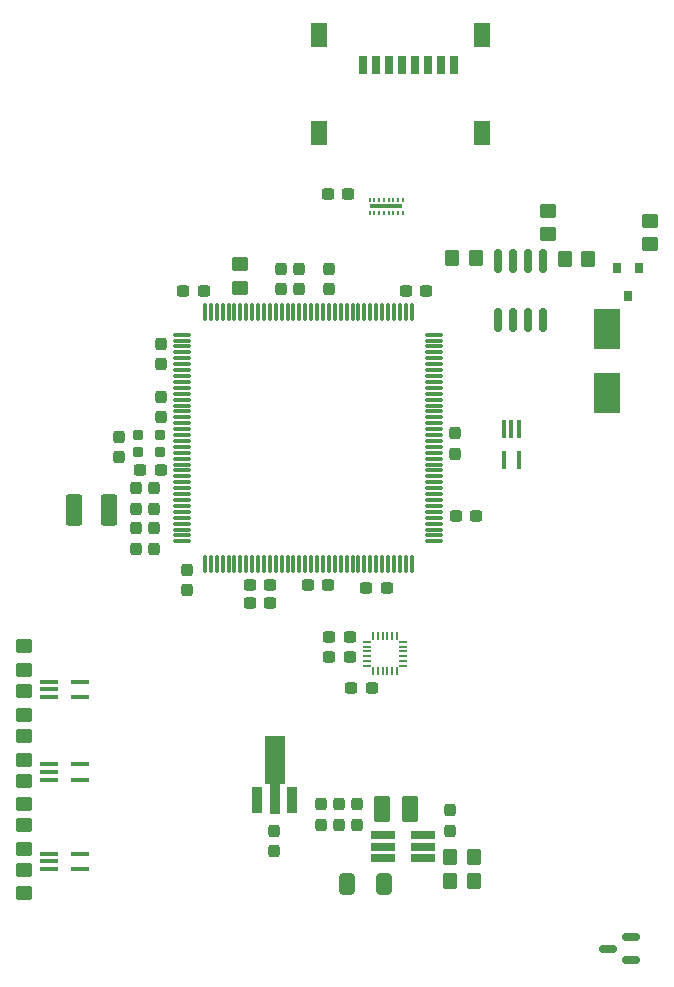
<source format=gtp>
G04 #@! TF.GenerationSoftware,KiCad,Pcbnew,(6.0.5)*
G04 #@! TF.CreationDate,2023-02-15T17:46:13-07:00*
G04 #@! TF.ProjectId,EVCU,45564355-2e6b-4696-9361-645f70636258,rev?*
G04 #@! TF.SameCoordinates,Original*
G04 #@! TF.FileFunction,Paste,Top*
G04 #@! TF.FilePolarity,Positive*
%FSLAX46Y46*%
G04 Gerber Fmt 4.6, Leading zero omitted, Abs format (unit mm)*
G04 Created by KiCad (PCBNEW (6.0.5)) date 2023-02-15 17:46:13*
%MOMM*%
%LPD*%
G01*
G04 APERTURE LIST*
G04 Aperture macros list*
%AMRoundRect*
0 Rectangle with rounded corners*
0 $1 Rounding radius*
0 $2 $3 $4 $5 $6 $7 $8 $9 X,Y pos of 4 corners*
0 Add a 4 corners polygon primitive as box body*
4,1,4,$2,$3,$4,$5,$6,$7,$8,$9,$2,$3,0*
0 Add four circle primitives for the rounded corners*
1,1,$1+$1,$2,$3*
1,1,$1+$1,$4,$5*
1,1,$1+$1,$6,$7*
1,1,$1+$1,$8,$9*
0 Add four rect primitives between the rounded corners*
20,1,$1+$1,$2,$3,$4,$5,0*
20,1,$1+$1,$4,$5,$6,$7,0*
20,1,$1+$1,$6,$7,$8,$9,0*
20,1,$1+$1,$8,$9,$2,$3,0*%
%AMFreePoly0*
4,1,14,0.266715,0.088284,0.363284,-0.008285,0.375000,-0.036569,0.375000,-0.060000,0.363284,-0.088284,0.335000,-0.100000,-0.335000,-0.100000,-0.363284,-0.088284,-0.375000,-0.060000,-0.375000,0.060000,-0.363284,0.088284,-0.335000,0.100000,0.238431,0.100000,0.266715,0.088284,0.266715,0.088284,$1*%
%AMFreePoly1*
4,1,14,0.363284,0.088284,0.375000,0.060000,0.375000,0.036569,0.363284,0.008285,0.266715,-0.088284,0.238431,-0.100000,-0.335000,-0.100000,-0.363284,-0.088284,-0.375000,-0.060000,-0.375000,0.060000,-0.363284,0.088284,-0.335000,0.100000,0.335000,0.100000,0.363284,0.088284,0.363284,0.088284,$1*%
%AMFreePoly2*
4,1,14,0.088284,0.363284,0.100000,0.335000,0.100000,-0.335000,0.088284,-0.363284,0.060000,-0.375000,-0.060000,-0.375000,-0.088284,-0.363284,-0.100000,-0.335000,-0.100000,0.238431,-0.088284,0.266715,0.008285,0.363284,0.036569,0.375000,0.060000,0.375000,0.088284,0.363284,0.088284,0.363284,$1*%
%AMFreePoly3*
4,1,14,-0.008285,0.363284,0.088284,0.266715,0.100000,0.238431,0.100000,-0.335000,0.088284,-0.363284,0.060000,-0.375000,-0.060000,-0.375000,-0.088284,-0.363284,-0.100000,-0.335000,-0.100000,0.335000,-0.088284,0.363284,-0.060000,0.375000,-0.036569,0.375000,-0.008285,0.363284,-0.008285,0.363284,$1*%
%AMFreePoly4*
4,1,14,0.363284,0.088284,0.375000,0.060000,0.375000,-0.060000,0.363284,-0.088284,0.335000,-0.100000,-0.238431,-0.100000,-0.266715,-0.088284,-0.363284,0.008285,-0.375000,0.036569,-0.375000,0.060000,-0.363284,0.088284,-0.335000,0.100000,0.335000,0.100000,0.363284,0.088284,0.363284,0.088284,$1*%
%AMFreePoly5*
4,1,14,0.363284,0.088284,0.375000,0.060000,0.375000,-0.060000,0.363284,-0.088284,0.335000,-0.100000,-0.335000,-0.100000,-0.363284,-0.088284,-0.375000,-0.060000,-0.375000,-0.036569,-0.363284,-0.008285,-0.266715,0.088284,-0.238431,0.100000,0.335000,0.100000,0.363284,0.088284,0.363284,0.088284,$1*%
%AMFreePoly6*
4,1,14,0.088284,0.363284,0.100000,0.335000,0.100000,-0.238431,0.088284,-0.266715,-0.008285,-0.363284,-0.036569,-0.375000,-0.060000,-0.375000,-0.088284,-0.363284,-0.100000,-0.335000,-0.100000,0.335000,-0.088284,0.363284,-0.060000,0.375000,0.060000,0.375000,0.088284,0.363284,0.088284,0.363284,$1*%
%AMFreePoly7*
4,1,14,0.088284,0.363284,0.100000,0.335000,0.100000,-0.335000,0.088284,-0.363284,0.060000,-0.375000,0.036569,-0.375000,0.008285,-0.363284,-0.088284,-0.266715,-0.100000,-0.238431,-0.100000,0.335000,-0.088284,0.363284,-0.060000,0.375000,0.060000,0.375000,0.088284,0.363284,0.088284,0.363284,$1*%
%AMFreePoly8*
4,1,9,5.362500,-0.866500,1.237500,-0.866500,1.237500,-0.450000,-1.237500,-0.450000,-1.237500,0.450000,1.237500,0.450000,1.237500,0.866500,5.362500,0.866500,5.362500,-0.866500,5.362500,-0.866500,$1*%
G04 Aperture macros list end*
%ADD10RoundRect,0.237500X0.237500X-0.300000X0.237500X0.300000X-0.237500X0.300000X-0.237500X-0.300000X0*%
%ADD11R,0.400000X1.500000*%
%ADD12FreePoly0,270.000000*%
%ADD13RoundRect,0.050000X-0.050000X0.325000X-0.050000X-0.325000X0.050000X-0.325000X0.050000X0.325000X0*%
%ADD14FreePoly1,270.000000*%
%ADD15FreePoly2,270.000000*%
%ADD16RoundRect,0.050000X-0.325000X0.050000X-0.325000X-0.050000X0.325000X-0.050000X0.325000X0.050000X0*%
%ADD17FreePoly3,270.000000*%
%ADD18FreePoly4,270.000000*%
%ADD19FreePoly5,270.000000*%
%ADD20FreePoly6,270.000000*%
%ADD21FreePoly7,270.000000*%
%ADD22RoundRect,0.250001X0.462499X0.849999X-0.462499X0.849999X-0.462499X-0.849999X0.462499X-0.849999X0*%
%ADD23RoundRect,0.237500X0.300000X0.237500X-0.300000X0.237500X-0.300000X-0.237500X0.300000X-0.237500X0*%
%ADD24R,0.900000X2.300000*%
%ADD25FreePoly8,90.000000*%
%ADD26RoundRect,0.237500X-0.237500X0.300000X-0.237500X-0.300000X0.237500X-0.300000X0.237500X0.300000X0*%
%ADD27RoundRect,0.250001X-0.462499X-1.074999X0.462499X-1.074999X0.462499X1.074999X-0.462499X1.074999X0*%
%ADD28RoundRect,0.250000X-0.450000X0.350000X-0.450000X-0.350000X0.450000X-0.350000X0.450000X0.350000X0*%
%ADD29R,1.500000X0.400000*%
%ADD30RoundRect,0.250000X0.350000X0.450000X-0.350000X0.450000X-0.350000X-0.450000X0.350000X-0.450000X0*%
%ADD31RoundRect,0.250000X0.412500X0.650000X-0.412500X0.650000X-0.412500X-0.650000X0.412500X-0.650000X0*%
%ADD32R,2.000000X0.650000*%
%ADD33RoundRect,0.250000X-0.350000X-0.450000X0.350000X-0.450000X0.350000X0.450000X-0.350000X0.450000X0*%
%ADD34RoundRect,0.075000X-0.662500X-0.075000X0.662500X-0.075000X0.662500X0.075000X-0.662500X0.075000X0*%
%ADD35RoundRect,0.075000X-0.075000X-0.662500X0.075000X-0.662500X0.075000X0.662500X-0.075000X0.662500X0*%
%ADD36RoundRect,0.237500X-0.300000X-0.237500X0.300000X-0.237500X0.300000X0.237500X-0.300000X0.237500X0*%
%ADD37RoundRect,0.150000X0.587500X0.150000X-0.587500X0.150000X-0.587500X-0.150000X0.587500X-0.150000X0*%
%ADD38R,2.300000X3.500000*%
%ADD39RoundRect,0.150000X0.150000X-0.825000X0.150000X0.825000X-0.150000X0.825000X-0.150000X-0.825000X0*%
%ADD40R,0.800000X1.500000*%
%ADD41R,1.450000X2.000000*%
%ADD42RoundRect,0.250000X0.450000X-0.350000X0.450000X0.350000X-0.450000X0.350000X-0.450000X-0.350000X0*%
%ADD43RoundRect,0.200000X0.250000X-0.200000X0.250000X0.200000X-0.250000X0.200000X-0.250000X-0.200000X0*%
%ADD44R,0.800000X0.900000*%
%ADD45R,0.200000X0.450000*%
%ADD46R,2.800000X0.300000*%
G04 APERTURE END LIST*
D10*
X130105200Y-111915100D03*
X130105200Y-110190100D03*
D11*
X135955800Y-77867200D03*
X135305800Y-77867200D03*
X134655800Y-77867200D03*
X134655800Y-80527200D03*
X135955800Y-80527200D03*
D10*
X119846400Y-66080500D03*
X119846400Y-64355500D03*
D12*
X125621600Y-95417200D03*
D13*
X125221600Y-95417200D03*
X124821600Y-95417200D03*
X124421600Y-95417200D03*
X124021600Y-95417200D03*
D14*
X123621600Y-95417200D03*
D15*
X123121600Y-95917200D03*
D16*
X123121600Y-96317200D03*
X123121600Y-96717200D03*
X123121600Y-97117200D03*
X123121600Y-97517200D03*
D17*
X123121600Y-97917200D03*
D18*
X123621600Y-98417200D03*
D13*
X124021600Y-98417200D03*
X124421600Y-98417200D03*
X124821600Y-98417200D03*
X125221600Y-98417200D03*
D19*
X125621600Y-98417200D03*
D20*
X126121600Y-97917200D03*
D16*
X126121600Y-97517200D03*
X126121600Y-97117200D03*
X126121600Y-96717200D03*
X126121600Y-96317200D03*
D21*
X126121600Y-95917200D03*
D22*
X126695700Y-110036600D03*
X124370700Y-110036600D03*
D23*
X123502900Y-99838200D03*
X121777900Y-99838200D03*
D24*
X113765200Y-109312600D03*
D25*
X115265200Y-109225100D03*
D24*
X116765200Y-109312600D03*
D26*
X115243008Y-111910156D03*
X115243008Y-113635156D03*
D27*
X98292900Y-84725200D03*
X101267900Y-84725200D03*
D10*
X130556000Y-79983500D03*
X130556000Y-78258500D03*
D23*
X109278900Y-66183200D03*
X107553900Y-66183200D03*
D28*
X94081600Y-107661200D03*
X94081600Y-109661200D03*
D29*
X96155200Y-99273600D03*
X96155200Y-99923600D03*
X96155200Y-100573600D03*
X98815200Y-100573600D03*
X98815200Y-99273600D03*
D10*
X117306400Y-66080500D03*
X117306400Y-64355500D03*
D30*
X132121200Y-114117856D03*
X130121200Y-114117856D03*
D31*
X124555700Y-116386600D03*
X121430700Y-116386600D03*
D28*
X94081600Y-103902000D03*
X94081600Y-105902000D03*
D30*
X132321731Y-63414600D03*
X130321731Y-63414600D03*
D32*
X124409200Y-112308600D03*
X124409200Y-113258600D03*
X124409200Y-114208600D03*
X127829200Y-114208600D03*
X127829200Y-113258600D03*
X127829200Y-112308600D03*
D28*
X94081600Y-96282000D03*
X94081600Y-98282000D03*
D23*
X124772900Y-91329200D03*
X123047900Y-91329200D03*
D33*
X139846731Y-63465400D03*
X141846731Y-63465400D03*
D29*
X96155200Y-106284000D03*
X96155200Y-106934000D03*
X96155200Y-107584000D03*
X98815200Y-107584000D03*
X98815200Y-106284000D03*
D23*
X114892300Y-91100600D03*
X113167300Y-91100600D03*
X114892300Y-92633800D03*
X113167300Y-92633800D03*
X119819900Y-91108700D03*
X118094900Y-91108700D03*
D34*
X107456700Y-69904600D03*
X107456700Y-70404600D03*
X107456700Y-70904600D03*
X107456700Y-71404600D03*
X107456700Y-71904600D03*
X107456700Y-72404600D03*
X107456700Y-72904600D03*
X107456700Y-73404600D03*
X107456700Y-73904600D03*
X107456700Y-74404600D03*
X107456700Y-74904600D03*
X107456700Y-75404600D03*
X107456700Y-75904600D03*
X107456700Y-76404600D03*
X107456700Y-76904600D03*
X107456700Y-77404600D03*
X107456700Y-77904600D03*
X107456700Y-78404600D03*
X107456700Y-78904600D03*
X107456700Y-79404600D03*
X107456700Y-79904600D03*
X107456700Y-80404600D03*
X107456700Y-80904600D03*
X107456700Y-81404600D03*
X107456700Y-81904600D03*
X107456700Y-82404600D03*
X107456700Y-82904600D03*
X107456700Y-83404600D03*
X107456700Y-83904600D03*
X107456700Y-84404600D03*
X107456700Y-84904600D03*
X107456700Y-85404600D03*
X107456700Y-85904600D03*
X107456700Y-86404600D03*
X107456700Y-86904600D03*
X107456700Y-87404600D03*
D35*
X109369200Y-89317100D03*
X109869200Y-89317100D03*
X110369200Y-89317100D03*
X110869200Y-89317100D03*
X111369200Y-89317100D03*
X111869200Y-89317100D03*
X112369200Y-89317100D03*
X112869200Y-89317100D03*
X113369200Y-89317100D03*
X113869200Y-89317100D03*
X114369200Y-89317100D03*
X114869200Y-89317100D03*
X115369200Y-89317100D03*
X115869200Y-89317100D03*
X116369200Y-89317100D03*
X116869200Y-89317100D03*
X117369200Y-89317100D03*
X117869200Y-89317100D03*
X118369200Y-89317100D03*
X118869200Y-89317100D03*
X119369200Y-89317100D03*
X119869200Y-89317100D03*
X120369200Y-89317100D03*
X120869200Y-89317100D03*
X121369200Y-89317100D03*
X121869200Y-89317100D03*
X122369200Y-89317100D03*
X122869200Y-89317100D03*
X123369200Y-89317100D03*
X123869200Y-89317100D03*
X124369200Y-89317100D03*
X124869200Y-89317100D03*
X125369200Y-89317100D03*
X125869200Y-89317100D03*
X126369200Y-89317100D03*
X126869200Y-89317100D03*
D34*
X128781700Y-87404600D03*
X128781700Y-86904600D03*
X128781700Y-86404600D03*
X128781700Y-85904600D03*
X128781700Y-85404600D03*
X128781700Y-84904600D03*
X128781700Y-84404600D03*
X128781700Y-83904600D03*
X128781700Y-83404600D03*
X128781700Y-82904600D03*
X128781700Y-82404600D03*
X128781700Y-81904600D03*
X128781700Y-81404600D03*
X128781700Y-80904600D03*
X128781700Y-80404600D03*
X128781700Y-79904600D03*
X128781700Y-79404600D03*
X128781700Y-78904600D03*
X128781700Y-78404600D03*
X128781700Y-77904600D03*
X128781700Y-77404600D03*
X128781700Y-76904600D03*
X128781700Y-76404600D03*
X128781700Y-75904600D03*
X128781700Y-75404600D03*
X128781700Y-74904600D03*
X128781700Y-74404600D03*
X128781700Y-73904600D03*
X128781700Y-73404600D03*
X128781700Y-72904600D03*
X128781700Y-72404600D03*
X128781700Y-71904600D03*
X128781700Y-71404600D03*
X128781700Y-70904600D03*
X128781700Y-70404600D03*
X128781700Y-69904600D03*
D35*
X126869200Y-67992100D03*
X126369200Y-67992100D03*
X125869200Y-67992100D03*
X125369200Y-67992100D03*
X124869200Y-67992100D03*
X124369200Y-67992100D03*
X123869200Y-67992100D03*
X123369200Y-67992100D03*
X122869200Y-67992100D03*
X122369200Y-67992100D03*
X121869200Y-67992100D03*
X121369200Y-67992100D03*
X120869200Y-67992100D03*
X120369200Y-67992100D03*
X119869200Y-67992100D03*
X119369200Y-67992100D03*
X118869200Y-67992100D03*
X118369200Y-67992100D03*
X117869200Y-67992100D03*
X117369200Y-67992100D03*
X116869200Y-67992100D03*
X116369200Y-67992100D03*
X115869200Y-67992100D03*
X115369200Y-67992100D03*
X114869200Y-67992100D03*
X114369200Y-67992100D03*
X113869200Y-67992100D03*
X113369200Y-67992100D03*
X112869200Y-67992100D03*
X112369200Y-67992100D03*
X111869200Y-67992100D03*
X111369200Y-67992100D03*
X110869200Y-67992100D03*
X110369200Y-67992100D03*
X109869200Y-67992100D03*
X109369200Y-67992100D03*
D10*
X115782400Y-66080500D03*
X115782400Y-64355500D03*
D36*
X130607900Y-85242400D03*
X132332900Y-85242400D03*
D37*
X145412700Y-122844600D03*
X145412700Y-120944600D03*
X143537700Y-121894600D03*
D23*
X121614100Y-95469400D03*
X119889100Y-95469400D03*
D28*
X94081600Y-100092000D03*
X94081600Y-102092000D03*
D29*
X96155200Y-113853200D03*
X96155200Y-114503200D03*
X96155200Y-115153200D03*
X98815200Y-115153200D03*
X98815200Y-113853200D03*
D28*
X147066000Y-60264800D03*
X147066000Y-62264800D03*
D36*
X119787500Y-58013600D03*
X121512500Y-58013600D03*
D26*
X119176800Y-109674956D03*
X119176800Y-111399956D03*
X120700800Y-109678300D03*
X120700800Y-111403300D03*
D38*
X143383000Y-74836000D03*
X143383000Y-69436000D03*
D26*
X105054400Y-86310300D03*
X105054400Y-88035300D03*
D10*
X105622400Y-76910100D03*
X105622400Y-75185100D03*
D23*
X105612100Y-81330800D03*
X103887100Y-81330800D03*
D10*
X105054400Y-84631700D03*
X105054400Y-82906700D03*
D39*
X134166531Y-68658200D03*
X135436531Y-68658200D03*
X136706531Y-68658200D03*
X137976531Y-68658200D03*
X137976531Y-63708200D03*
X136706531Y-63708200D03*
X135436531Y-63708200D03*
X134166531Y-63708200D03*
D40*
X122742400Y-47107200D03*
X123842400Y-47107200D03*
X124942400Y-47107200D03*
X126042400Y-47107200D03*
X127142400Y-47107200D03*
X128242400Y-47107200D03*
X129342400Y-47107200D03*
X130442400Y-47107200D03*
D41*
X132817400Y-44507200D03*
X119067400Y-44507200D03*
X119067400Y-52807200D03*
X132817400Y-52807200D03*
D23*
X121614100Y-97231200D03*
X119889100Y-97231200D03*
D10*
X105622400Y-72379700D03*
X105622400Y-70654700D03*
D42*
X94081600Y-117205000D03*
X94081600Y-115205000D03*
X112378800Y-65938600D03*
X112378800Y-63938600D03*
D26*
X103530400Y-86310300D03*
X103530400Y-88035300D03*
X107823000Y-89815500D03*
X107823000Y-91540500D03*
D10*
X103530400Y-84631700D03*
X103530400Y-82906700D03*
D43*
X103681400Y-79862200D03*
X105531400Y-79862200D03*
X105531400Y-78412200D03*
X103681400Y-78412200D03*
D44*
X146165531Y-64221200D03*
X144265531Y-64221200D03*
X145215531Y-66621200D03*
D26*
X102057200Y-78528700D03*
X102057200Y-80253700D03*
D33*
X130143408Y-116128800D03*
X132143408Y-116128800D03*
D45*
X123322400Y-59616200D03*
X123722400Y-59616200D03*
X124122400Y-59616200D03*
X124522400Y-59616200D03*
X124922400Y-59616200D03*
X125322400Y-59616200D03*
X125722400Y-59616200D03*
X126122400Y-59616200D03*
X126122400Y-58465200D03*
X125722400Y-58465200D03*
X125322400Y-58465200D03*
X124922400Y-58465200D03*
X124522400Y-58465200D03*
X124122400Y-58465200D03*
X123722400Y-58465200D03*
X123322400Y-58465200D03*
D46*
X124722400Y-59041200D03*
D42*
X94081600Y-113420400D03*
X94081600Y-111420400D03*
D36*
X126391500Y-66167000D03*
X128116500Y-66167000D03*
D26*
X122231200Y-109682100D03*
X122231200Y-111407100D03*
D28*
X138382931Y-59417400D03*
X138382931Y-61417400D03*
M02*

</source>
